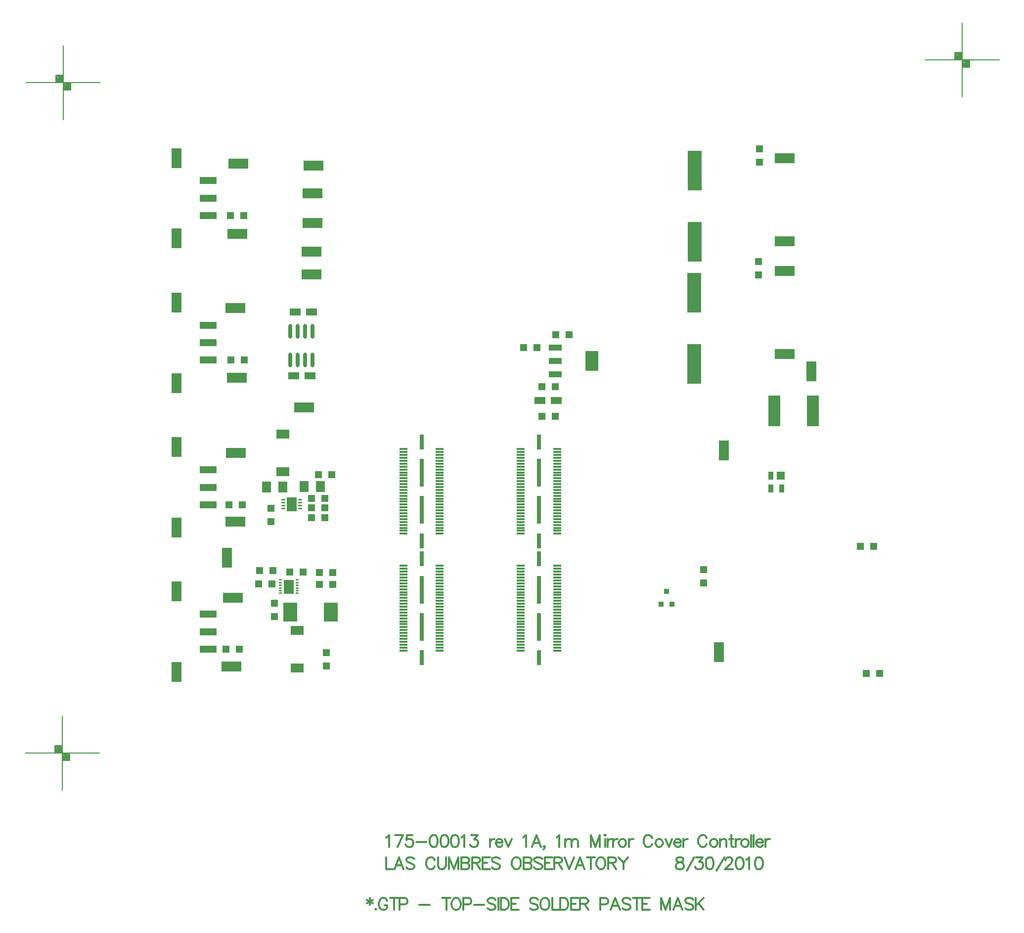
<source format=gtp>
%FSLAX23Y23*%
%MOIN*%
G70*
G01*
G75*
G04 Layer_Color=8421504*
%ADD10R,0.025X0.100*%
%ADD11R,0.057X0.012*%
%ADD12R,0.025X0.185*%
%ADD13R,0.085X0.138*%
%ADD14R,0.085X0.043*%
%ADD15R,0.085X0.043*%
%ADD16R,0.035X0.053*%
%ADD17R,0.053X0.053*%
%ADD18R,0.070X0.135*%
%ADD19R,0.036X0.036*%
%ADD20R,0.098X0.268*%
%ADD21R,0.078X0.048*%
%ADD22R,0.063X0.075*%
%ADD23R,0.050X0.050*%
%ADD24R,0.079X0.209*%
%ADD25R,0.094X0.130*%
%ADD26O,0.028X0.098*%
%ADD27R,0.087X0.059*%
%ADD28O,0.027X0.010*%
%ADD29R,0.065X0.094*%
%ADD30O,0.024X0.010*%
%ADD31R,0.135X0.070*%
%ADD32R,0.050X0.050*%
%ADD33R,0.115X0.050*%
%ADD34R,0.065X0.135*%
%ADD35C,0.008*%
%ADD36C,0.005*%
%ADD37C,0.012*%
%ADD38C,0.010*%
%ADD39C,0.020*%
%ADD40C,0.100*%
%ADD41C,0.030*%
%ADD42C,0.050*%
%ADD43C,0.025*%
%ADD44C,0.012*%
%ADD45C,0.012*%
%ADD46C,0.060*%
%ADD47C,0.039*%
%ADD48C,0.200*%
%ADD49C,0.020*%
%ADD50C,0.059*%
%ADD51R,0.059X0.059*%
%ADD52C,0.063*%
%ADD53C,0.116*%
%ADD54C,0.065*%
%ADD55C,0.100*%
%ADD56R,0.059X0.059*%
%ADD57C,0.059*%
%ADD58C,0.087*%
%ADD59R,0.087X0.087*%
%ADD60C,0.079*%
%ADD61C,0.157*%
%ADD62C,0.026*%
%ADD63C,0.024*%
%ADD64C,0.050*%
%ADD65C,0.040*%
%ADD66C,0.070*%
G04:AMPARAMS|DCode=67|XSize=90mil|YSize=90mil|CornerRadius=0mil|HoleSize=0mil|Usage=FLASHONLY|Rotation=0.000|XOffset=0mil|YOffset=0mil|HoleType=Round|Shape=Relief|Width=10mil|Gap=10mil|Entries=4|*
%AMTHD67*
7,0,0,0.090,0.070,0.010,45*
%
%ADD67THD67*%
%ADD68C,0.080*%
%ADD69C,0.131*%
%ADD70C,0.075*%
%ADD71C,0.168*%
%ADD72C,0.080*%
%ADD73C,0.103*%
%ADD74C,0.075*%
%ADD75C,0.087*%
%ADD76C,0.076*%
%ADD77C,0.131*%
%ADD78C,0.053*%
G04:AMPARAMS|DCode=79|XSize=110mil|YSize=110mil|CornerRadius=0mil|HoleSize=0mil|Usage=FLASHONLY|Rotation=0.000|XOffset=0mil|YOffset=0mil|HoleType=Round|Shape=Relief|Width=10mil|Gap=10mil|Entries=4|*
%AMTHD79*
7,0,0,0.110,0.090,0.010,45*
%
%ADD79THD79*%
G04:AMPARAMS|DCode=80|XSize=70mil|YSize=70mil|CornerRadius=0mil|HoleSize=0mil|Usage=FLASHONLY|Rotation=0.000|XOffset=0mil|YOffset=0mil|HoleType=Round|Shape=Relief|Width=10mil|Gap=10mil|Entries=4|*
%AMTHD80*
7,0,0,0.070,0.050,0.010,45*
%
%ADD80THD80*%
G04:AMPARAMS|DCode=81|XSize=120mil|YSize=120mil|CornerRadius=0mil|HoleSize=0mil|Usage=FLASHONLY|Rotation=0.000|XOffset=0mil|YOffset=0mil|HoleType=Round|Shape=Relief|Width=10mil|Gap=10mil|Entries=4|*
%AMTHD81*
7,0,0,0.120,0.100,0.010,45*
%
%ADD81THD81*%
%ADD82C,0.068*%
G04:AMPARAMS|DCode=83|XSize=100mil|YSize=100mil|CornerRadius=0mil|HoleSize=0mil|Usage=FLASHONLY|Rotation=0.000|XOffset=0mil|YOffset=0mil|HoleType=Round|Shape=Relief|Width=10mil|Gap=10mil|Entries=4|*
%AMTHD83*
7,0,0,0.100,0.080,0.010,45*
%
%ADD83THD83*%
G04:AMPARAMS|DCode=84|XSize=123mil|YSize=123mil|CornerRadius=0mil|HoleSize=0mil|Usage=FLASHONLY|Rotation=0.000|XOffset=0mil|YOffset=0mil|HoleType=Round|Shape=Relief|Width=10mil|Gap=10mil|Entries=4|*
%AMTHD84*
7,0,0,0.123,0.103,0.010,45*
%
%ADD84THD84*%
G04:AMPARAMS|DCode=85|XSize=95.433mil|YSize=95.433mil|CornerRadius=0mil|HoleSize=0mil|Usage=FLASHONLY|Rotation=0.000|XOffset=0mil|YOffset=0mil|HoleType=Round|Shape=Relief|Width=10mil|Gap=10mil|Entries=4|*
%AMTHD85*
7,0,0,0.095,0.075,0.010,45*
%
%ADD85THD85*%
G04:AMPARAMS|DCode=86|XSize=107.244mil|YSize=107.244mil|CornerRadius=0mil|HoleSize=0mil|Usage=FLASHONLY|Rotation=0.000|XOffset=0mil|YOffset=0mil|HoleType=Round|Shape=Relief|Width=10mil|Gap=10mil|Entries=4|*
%AMTHD86*
7,0,0,0.107,0.087,0.010,45*
%
%ADD86THD86*%
G04:AMPARAMS|DCode=87|XSize=96.221mil|YSize=96.221mil|CornerRadius=0mil|HoleSize=0mil|Usage=FLASHONLY|Rotation=0.000|XOffset=0mil|YOffset=0mil|HoleType=Round|Shape=Relief|Width=10mil|Gap=10mil|Entries=4|*
%AMTHD87*
7,0,0,0.096,0.076,0.010,45*
%
%ADD87THD87*%
G04:AMPARAMS|DCode=88|XSize=150.551mil|YSize=150.551mil|CornerRadius=0mil|HoleSize=0mil|Usage=FLASHONLY|Rotation=0.000|XOffset=0mil|YOffset=0mil|HoleType=Round|Shape=Relief|Width=10mil|Gap=10mil|Entries=4|*
%AMTHD88*
7,0,0,0.151,0.131,0.010,45*
%
%ADD88THD88*%
G04:AMPARAMS|DCode=89|XSize=72.992mil|YSize=72.992mil|CornerRadius=0mil|HoleSize=0mil|Usage=FLASHONLY|Rotation=0.000|XOffset=0mil|YOffset=0mil|HoleType=Round|Shape=Relief|Width=10mil|Gap=10mil|Entries=4|*
%AMTHD89*
7,0,0,0.073,0.053,0.010,45*
%
%ADD89THD89*%
%ADD90C,0.090*%
G04:AMPARAMS|DCode=91|XSize=88mil|YSize=88mil|CornerRadius=0mil|HoleSize=0mil|Usage=FLASHONLY|Rotation=0.000|XOffset=0mil|YOffset=0mil|HoleType=Round|Shape=Relief|Width=10mil|Gap=10mil|Entries=4|*
%AMTHD91*
7,0,0,0.088,0.068,0.010,45*
%
%ADD91THD91*%
%ADD92C,0.010*%
%ADD93C,0.010*%
%ADD94C,0.020*%
%ADD95C,0.008*%
%ADD96C,0.006*%
%ADD97C,0.007*%
%ADD98R,0.136X0.162*%
D10*
X14547Y11409D02*
D03*
Y11531D02*
D03*
Y12196D02*
D03*
Y10744D02*
D03*
X13757Y11409D02*
D03*
Y11531D02*
D03*
Y12196D02*
D03*
Y10744D02*
D03*
D11*
X14669Y12149D02*
D03*
Y12129D02*
D03*
Y12110D02*
D03*
Y12090D02*
D03*
Y12070D02*
D03*
Y12050D02*
D03*
Y12031D02*
D03*
Y12011D02*
D03*
Y11991D02*
D03*
Y11972D02*
D03*
Y11952D02*
D03*
Y11932D02*
D03*
Y11913D02*
D03*
Y11893D02*
D03*
Y11873D02*
D03*
Y11854D02*
D03*
Y11834D02*
D03*
Y11814D02*
D03*
Y11795D02*
D03*
Y11775D02*
D03*
Y11755D02*
D03*
Y11736D02*
D03*
Y11716D02*
D03*
Y11696D02*
D03*
Y11676D02*
D03*
Y11657D02*
D03*
Y11637D02*
D03*
Y11617D02*
D03*
Y11598D02*
D03*
Y11578D02*
D03*
Y11362D02*
D03*
Y11342D02*
D03*
Y11322D02*
D03*
Y11302D02*
D03*
Y11283D02*
D03*
Y11263D02*
D03*
Y11243D02*
D03*
Y11224D02*
D03*
Y11204D02*
D03*
Y11184D02*
D03*
Y11165D02*
D03*
Y11145D02*
D03*
Y11125D02*
D03*
Y11106D02*
D03*
Y11086D02*
D03*
Y11066D02*
D03*
Y11047D02*
D03*
Y11027D02*
D03*
Y11007D02*
D03*
Y10987D02*
D03*
Y10968D02*
D03*
Y10948D02*
D03*
Y10928D02*
D03*
Y10909D02*
D03*
Y10889D02*
D03*
Y10869D02*
D03*
Y10850D02*
D03*
Y10830D02*
D03*
Y10810D02*
D03*
Y10791D02*
D03*
X14425Y12149D02*
D03*
Y12129D02*
D03*
Y12110D02*
D03*
Y12090D02*
D03*
Y12070D02*
D03*
Y12050D02*
D03*
Y12031D02*
D03*
Y12011D02*
D03*
Y11991D02*
D03*
Y11972D02*
D03*
Y11952D02*
D03*
Y11932D02*
D03*
Y11913D02*
D03*
Y11893D02*
D03*
Y11873D02*
D03*
Y11854D02*
D03*
Y11834D02*
D03*
Y11814D02*
D03*
Y11795D02*
D03*
Y11775D02*
D03*
Y11755D02*
D03*
Y11736D02*
D03*
Y11716D02*
D03*
Y11696D02*
D03*
Y11676D02*
D03*
Y11657D02*
D03*
Y11637D02*
D03*
Y11617D02*
D03*
Y11598D02*
D03*
Y11578D02*
D03*
Y11362D02*
D03*
Y11342D02*
D03*
Y11322D02*
D03*
Y11302D02*
D03*
Y11283D02*
D03*
Y11263D02*
D03*
Y11243D02*
D03*
Y11224D02*
D03*
Y11204D02*
D03*
Y11184D02*
D03*
Y11165D02*
D03*
Y11145D02*
D03*
Y11125D02*
D03*
Y11106D02*
D03*
Y11086D02*
D03*
Y11066D02*
D03*
Y11047D02*
D03*
Y11027D02*
D03*
Y11007D02*
D03*
Y10987D02*
D03*
Y10968D02*
D03*
Y10948D02*
D03*
Y10928D02*
D03*
Y10909D02*
D03*
Y10889D02*
D03*
Y10869D02*
D03*
Y10850D02*
D03*
Y10830D02*
D03*
Y10810D02*
D03*
Y10791D02*
D03*
X13878Y12149D02*
D03*
Y12129D02*
D03*
Y12110D02*
D03*
Y12090D02*
D03*
Y12070D02*
D03*
Y12050D02*
D03*
Y12031D02*
D03*
Y12011D02*
D03*
Y11991D02*
D03*
Y11972D02*
D03*
Y11952D02*
D03*
Y11932D02*
D03*
Y11913D02*
D03*
Y11893D02*
D03*
Y11873D02*
D03*
Y11854D02*
D03*
Y11834D02*
D03*
Y11814D02*
D03*
Y11795D02*
D03*
Y11775D02*
D03*
Y11755D02*
D03*
Y11736D02*
D03*
Y11716D02*
D03*
Y11696D02*
D03*
Y11676D02*
D03*
Y11657D02*
D03*
Y11637D02*
D03*
Y11617D02*
D03*
Y11598D02*
D03*
Y11578D02*
D03*
Y11362D02*
D03*
Y11342D02*
D03*
Y11322D02*
D03*
Y11302D02*
D03*
Y11283D02*
D03*
Y11263D02*
D03*
Y11243D02*
D03*
Y11224D02*
D03*
Y11204D02*
D03*
Y11184D02*
D03*
Y11165D02*
D03*
Y11145D02*
D03*
Y11125D02*
D03*
Y11106D02*
D03*
Y11086D02*
D03*
Y11066D02*
D03*
Y11047D02*
D03*
Y11027D02*
D03*
Y11007D02*
D03*
Y10987D02*
D03*
Y10968D02*
D03*
Y10948D02*
D03*
Y10928D02*
D03*
Y10909D02*
D03*
Y10889D02*
D03*
Y10869D02*
D03*
Y10850D02*
D03*
Y10830D02*
D03*
Y10810D02*
D03*
Y10791D02*
D03*
X13635Y12149D02*
D03*
Y12129D02*
D03*
Y12110D02*
D03*
Y12090D02*
D03*
Y12070D02*
D03*
Y12050D02*
D03*
Y12031D02*
D03*
Y12011D02*
D03*
Y11991D02*
D03*
Y11972D02*
D03*
Y11952D02*
D03*
Y11932D02*
D03*
Y11913D02*
D03*
Y11893D02*
D03*
Y11873D02*
D03*
Y11854D02*
D03*
Y11834D02*
D03*
Y11814D02*
D03*
Y11795D02*
D03*
Y11775D02*
D03*
Y11755D02*
D03*
Y11736D02*
D03*
Y11716D02*
D03*
Y11696D02*
D03*
Y11676D02*
D03*
Y11657D02*
D03*
Y11637D02*
D03*
Y11617D02*
D03*
Y11598D02*
D03*
Y11578D02*
D03*
Y11362D02*
D03*
Y11342D02*
D03*
Y11322D02*
D03*
Y11302D02*
D03*
Y11283D02*
D03*
Y11263D02*
D03*
Y11243D02*
D03*
Y11224D02*
D03*
Y11204D02*
D03*
Y11184D02*
D03*
Y11165D02*
D03*
Y11145D02*
D03*
Y11125D02*
D03*
Y11106D02*
D03*
Y11086D02*
D03*
Y11066D02*
D03*
Y11047D02*
D03*
Y11027D02*
D03*
Y11007D02*
D03*
Y10987D02*
D03*
Y10968D02*
D03*
Y10948D02*
D03*
Y10928D02*
D03*
Y10909D02*
D03*
Y10889D02*
D03*
Y10869D02*
D03*
Y10850D02*
D03*
Y10830D02*
D03*
Y10810D02*
D03*
Y10791D02*
D03*
D12*
X14547Y11988D02*
D03*
Y11738D02*
D03*
Y10951D02*
D03*
Y11201D02*
D03*
X13757Y11988D02*
D03*
Y11738D02*
D03*
Y10951D02*
D03*
Y11201D02*
D03*
D13*
X14902Y12743D02*
D03*
D14*
X14658Y12653D02*
D03*
Y12834D02*
D03*
D15*
Y12743D02*
D03*
D16*
X16109Y11971D02*
D03*
Y11884D02*
D03*
X16183D02*
D03*
D17*
X16176Y11971D02*
D03*
D18*
X15793Y12138D02*
D03*
X16382Y12674D02*
D03*
X12442Y11417D02*
D03*
X15759Y10779D02*
D03*
D19*
X15369Y11104D02*
D03*
X15406Y11190D02*
D03*
X15443Y11104D02*
D03*
D20*
X15598Y13545D02*
D03*
Y14025D02*
D03*
X15595Y12722D02*
D03*
Y13202D02*
D03*
D21*
X13004Y12642D02*
D03*
X12894D02*
D03*
X14553Y12475D02*
D03*
X14663D02*
D03*
X13015Y13073D02*
D03*
X12905D02*
D03*
D22*
X13074Y11895D02*
D03*
X12964D02*
D03*
X12710Y11892D02*
D03*
X12820D02*
D03*
D23*
X14566Y12570D02*
D03*
X14656D02*
D03*
X12437Y10799D02*
D03*
X12527D02*
D03*
X12458Y11773D02*
D03*
X12548D02*
D03*
X12469Y12748D02*
D03*
X12559D02*
D03*
X12468Y13722D02*
D03*
X12558D02*
D03*
X16755Y10636D02*
D03*
X16845D02*
D03*
X16713Y11492D02*
D03*
X16803D02*
D03*
X13150Y11977D02*
D03*
X13060D02*
D03*
X13105Y11752D02*
D03*
X13015D02*
D03*
Y11817D02*
D03*
X13105D02*
D03*
X13015Y11687D02*
D03*
X13105D02*
D03*
X12662Y11330D02*
D03*
X12752D02*
D03*
X13157Y11315D02*
D03*
X13067D02*
D03*
X13157Y11235D02*
D03*
X13067D02*
D03*
X12747Y11240D02*
D03*
X12657D02*
D03*
X12867Y11320D02*
D03*
X12957D02*
D03*
X14568Y12368D02*
D03*
X14658D02*
D03*
X14660Y12921D02*
D03*
X14750D02*
D03*
X14445Y12833D02*
D03*
X14535D02*
D03*
D24*
X16394Y12407D02*
D03*
X16134D02*
D03*
D25*
X13144Y11050D02*
D03*
X12870D02*
D03*
D26*
X13021Y12942D02*
D03*
X12971D02*
D03*
X12921D02*
D03*
X12871D02*
D03*
X13021Y12749D02*
D03*
X12971D02*
D03*
X12921D02*
D03*
X12871D02*
D03*
D27*
X12917Y10926D02*
D03*
Y10674D02*
D03*
X12820Y11996D02*
D03*
Y12248D02*
D03*
D28*
X12825Y11806D02*
D03*
Y11787D02*
D03*
Y11767D02*
D03*
Y11747D02*
D03*
X12936D02*
D03*
Y11767D02*
D03*
X12936Y11787D02*
D03*
X12936Y11806D02*
D03*
D29*
X12880Y11777D02*
D03*
X12859Y11220D02*
D03*
D30*
X12916Y11265D02*
D03*
Y11247D02*
D03*
X12802Y11265D02*
D03*
Y11247D02*
D03*
Y11229D02*
D03*
Y11211D02*
D03*
Y11194D02*
D03*
Y11176D02*
D03*
X12916D02*
D03*
Y11194D02*
D03*
Y11211D02*
D03*
Y11229D02*
D03*
D31*
X16202Y12790D02*
D03*
Y13350D02*
D03*
Y13550D02*
D03*
Y14110D02*
D03*
X13019Y13674D02*
D03*
X13026Y14061D02*
D03*
X13015Y13481D02*
D03*
X13021Y13873D02*
D03*
X12484Y11147D02*
D03*
X12502Y12124D02*
D03*
X12500Y13099D02*
D03*
X12521Y14074D02*
D03*
X12475Y10683D02*
D03*
X12500Y11659D02*
D03*
X12509Y12629D02*
D03*
X12514Y13600D02*
D03*
X13015Y13326D02*
D03*
X12963Y12430D02*
D03*
D32*
X16027Y13413D02*
D03*
Y13323D02*
D03*
X16035Y14173D02*
D03*
Y14083D02*
D03*
X15658Y11337D02*
D03*
Y11247D02*
D03*
X12741Y11659D02*
D03*
Y11749D02*
D03*
X12762Y11020D02*
D03*
Y11110D02*
D03*
X13112Y10775D02*
D03*
Y10685D02*
D03*
D33*
X12318Y13722D02*
D03*
Y13840D02*
D03*
Y13958D02*
D03*
Y12748D02*
D03*
Y12866D02*
D03*
Y12984D02*
D03*
Y11773D02*
D03*
Y11891D02*
D03*
Y12009D02*
D03*
Y10799D02*
D03*
Y10917D02*
D03*
Y11035D02*
D03*
D34*
X12102Y13569D02*
D03*
Y14111D02*
D03*
Y12594D02*
D03*
Y13137D02*
D03*
Y11620D02*
D03*
Y12162D02*
D03*
Y10646D02*
D03*
Y11188D02*
D03*
D35*
X11311Y14643D02*
X11321D01*
X11311Y14638D02*
Y14648D01*
Y14638D02*
X11321D01*
Y14648D01*
X11311D02*
X11321D01*
X11306Y14633D02*
Y14648D01*
Y14633D02*
X11326D01*
Y14653D01*
X11306D02*
X11326D01*
X11301Y14628D02*
Y14653D01*
Y14628D02*
X11331D01*
Y14658D01*
X11301D02*
X11331D01*
X11296Y14623D02*
Y14663D01*
Y14623D02*
X11336D01*
Y14663D01*
X11296D02*
X11336D01*
X11361Y14593D02*
X11371D01*
X11361Y14588D02*
Y14598D01*
Y14588D02*
X11371D01*
Y14598D01*
X11361D02*
X11371D01*
X11356Y14583D02*
Y14598D01*
Y14583D02*
X11376D01*
Y14603D01*
X11356D02*
X11376D01*
X11351Y14578D02*
Y14603D01*
Y14578D02*
X11381D01*
Y14608D01*
X11351D02*
X11381D01*
X11346Y14573D02*
Y14613D01*
Y14573D02*
X11386D01*
Y14613D01*
X11346D02*
X11386D01*
X11341Y14568D02*
X11391D01*
Y14618D01*
X11291Y14668D02*
X11341D01*
X11291Y14618D02*
Y14668D01*
X11341Y14368D02*
Y14868D01*
X11091Y14618D02*
X11591D01*
X11302Y10123D02*
X11312D01*
X11302Y10118D02*
Y10128D01*
Y10118D02*
X11312D01*
Y10128D01*
X11302D02*
X11312D01*
X11297Y10113D02*
Y10128D01*
Y10113D02*
X11317D01*
Y10133D01*
X11297D02*
X11317D01*
X11292Y10108D02*
Y10133D01*
Y10108D02*
X11322D01*
Y10138D01*
X11292D02*
X11322D01*
X11287Y10103D02*
Y10143D01*
Y10103D02*
X11327D01*
Y10143D01*
X11287D02*
X11327D01*
X11352Y10073D02*
X11362D01*
X11352Y10068D02*
Y10078D01*
Y10068D02*
X11362D01*
Y10078D01*
X11352D02*
X11362D01*
X11347Y10063D02*
Y10078D01*
Y10063D02*
X11367D01*
Y10083D01*
X11347D02*
X11367D01*
X11342Y10058D02*
Y10083D01*
Y10058D02*
X11372D01*
Y10088D01*
X11342D02*
X11372D01*
X11337Y10053D02*
Y10093D01*
Y10053D02*
X11377D01*
Y10093D01*
X11337D02*
X11377D01*
X11332Y10048D02*
X11382D01*
Y10098D01*
X11282Y10148D02*
X11332D01*
X11282Y10098D02*
Y10148D01*
X11332Y9848D02*
Y10348D01*
X11082Y10098D02*
X11582D01*
X17370Y14798D02*
X17380D01*
X17370Y14793D02*
Y14803D01*
Y14793D02*
X17380Y14793D01*
X17380Y14803D01*
X17370D02*
X17380D01*
X17365Y14788D02*
Y14803D01*
Y14788D02*
X17385D01*
Y14808D01*
X17365Y14808D02*
X17385Y14808D01*
X17360Y14783D02*
Y14808D01*
Y14783D02*
X17390D01*
Y14813D01*
X17360D02*
X17390D01*
X17355Y14778D02*
Y14818D01*
Y14778D02*
X17395D01*
Y14818D01*
X17355D02*
X17395D01*
X17420Y14748D02*
X17430D01*
X17420Y14743D02*
X17420Y14753D01*
X17420Y14743D02*
X17430D01*
Y14753D01*
X17420Y14753D02*
X17430Y14753D01*
X17415Y14738D02*
Y14753D01*
Y14738D02*
X17435Y14738D01*
X17435Y14758D02*
X17435Y14738D01*
X17415Y14758D02*
X17435D01*
X17410Y14733D02*
Y14758D01*
Y14733D02*
X17440D01*
Y14763D01*
X17410D02*
X17440D01*
X17405Y14728D02*
Y14768D01*
Y14728D02*
X17445D01*
Y14768D01*
X17405D02*
X17445D01*
X17400Y14723D02*
X17450Y14723D01*
X17450Y14773D02*
X17450Y14723D01*
X17350Y14823D02*
X17400Y14823D01*
X17350Y14823D02*
X17350Y14773D01*
X17400Y14523D02*
Y15023D01*
X17150Y14773D02*
X17650D01*
D37*
X13407Y9122D02*
Y9076D01*
X13388Y9110D02*
X13426Y9087D01*
Y9110D02*
X13388Y9087D01*
X13447Y9049D02*
X13443Y9045D01*
X13447Y9042D01*
X13450Y9045D01*
X13447Y9049D01*
X13525Y9103D02*
X13521Y9110D01*
X13514Y9118D01*
X13506Y9122D01*
X13491D01*
X13483Y9118D01*
X13475Y9110D01*
X13472Y9103D01*
X13468Y9091D01*
Y9072D01*
X13472Y9061D01*
X13475Y9053D01*
X13483Y9045D01*
X13491Y9042D01*
X13506D01*
X13514Y9045D01*
X13521Y9053D01*
X13525Y9061D01*
Y9072D01*
X13506D02*
X13525D01*
X13570Y9122D02*
Y9042D01*
X13543Y9122D02*
X13597D01*
X13606Y9080D02*
X13640D01*
X13652Y9084D01*
X13656Y9087D01*
X13659Y9095D01*
Y9106D01*
X13656Y9114D01*
X13652Y9118D01*
X13640Y9122D01*
X13606D01*
Y9042D01*
X13740Y9076D02*
X13809D01*
X13922Y9122D02*
Y9042D01*
X13895Y9122D02*
X13949D01*
X13981D02*
X13973Y9118D01*
X13966Y9110D01*
X13962Y9103D01*
X13958Y9091D01*
Y9072D01*
X13962Y9061D01*
X13966Y9053D01*
X13973Y9045D01*
X13981Y9042D01*
X13996D01*
X14004Y9045D01*
X14011Y9053D01*
X14015Y9061D01*
X14019Y9072D01*
Y9091D01*
X14015Y9103D01*
X14011Y9110D01*
X14004Y9118D01*
X13996Y9122D01*
X13981D01*
X14038Y9080D02*
X14072D01*
X14083Y9084D01*
X14087Y9087D01*
X14091Y9095D01*
Y9106D01*
X14087Y9114D01*
X14083Y9118D01*
X14072Y9122D01*
X14038D01*
Y9042D01*
X14109Y9076D02*
X14177D01*
X14254Y9110D02*
X14247Y9118D01*
X14235Y9122D01*
X14220D01*
X14209Y9118D01*
X14201Y9110D01*
Y9103D01*
X14205Y9095D01*
X14209Y9091D01*
X14216Y9087D01*
X14239Y9080D01*
X14247Y9076D01*
X14251Y9072D01*
X14254Y9064D01*
Y9053D01*
X14247Y9045D01*
X14235Y9042D01*
X14220D01*
X14209Y9045D01*
X14201Y9053D01*
X14272Y9122D02*
Y9042D01*
X14289Y9122D02*
Y9042D01*
Y9122D02*
X14316D01*
X14327Y9118D01*
X14335Y9110D01*
X14339Y9103D01*
X14342Y9091D01*
Y9072D01*
X14339Y9061D01*
X14335Y9053D01*
X14327Y9045D01*
X14316Y9042D01*
X14289D01*
X14410Y9122D02*
X14360D01*
Y9042D01*
X14410D01*
X14360Y9084D02*
X14391D01*
X14539Y9110D02*
X14532Y9118D01*
X14520Y9122D01*
X14505D01*
X14494Y9118D01*
X14486Y9110D01*
Y9103D01*
X14490Y9095D01*
X14494Y9091D01*
X14501Y9087D01*
X14524Y9080D01*
X14532Y9076D01*
X14535Y9072D01*
X14539Y9064D01*
Y9053D01*
X14532Y9045D01*
X14520Y9042D01*
X14505D01*
X14494Y9045D01*
X14486Y9053D01*
X14580Y9122D02*
X14572Y9118D01*
X14565Y9110D01*
X14561Y9103D01*
X14557Y9091D01*
Y9072D01*
X14561Y9061D01*
X14565Y9053D01*
X14572Y9045D01*
X14580Y9042D01*
X14595D01*
X14603Y9045D01*
X14610Y9053D01*
X14614Y9061D01*
X14618Y9072D01*
Y9091D01*
X14614Y9103D01*
X14610Y9110D01*
X14603Y9118D01*
X14595Y9122D01*
X14580D01*
X14637D02*
Y9042D01*
X14682D01*
X14691Y9122D02*
Y9042D01*
Y9122D02*
X14718D01*
X14729Y9118D01*
X14737Y9110D01*
X14741Y9103D01*
X14745Y9091D01*
Y9072D01*
X14741Y9061D01*
X14737Y9053D01*
X14729Y9045D01*
X14718Y9042D01*
X14691D01*
X14812Y9122D02*
X14762D01*
Y9042D01*
X14812D01*
X14762Y9084D02*
X14793D01*
X14825Y9122D02*
Y9042D01*
Y9122D02*
X14860D01*
X14871Y9118D01*
X14875Y9114D01*
X14879Y9106D01*
Y9099D01*
X14875Y9091D01*
X14871Y9087D01*
X14860Y9084D01*
X14825D01*
X14852D02*
X14879Y9042D01*
X14959Y9080D02*
X14994D01*
X15005Y9084D01*
X15009Y9087D01*
X15013Y9095D01*
Y9106D01*
X15009Y9114D01*
X15005Y9118D01*
X14994Y9122D01*
X14959D01*
Y9042D01*
X15092D02*
X15061Y9122D01*
X15031Y9042D01*
X15042Y9068D02*
X15080D01*
X15164Y9110D02*
X15156Y9118D01*
X15144Y9122D01*
X15129D01*
X15118Y9118D01*
X15110Y9110D01*
Y9103D01*
X15114Y9095D01*
X15118Y9091D01*
X15125Y9087D01*
X15148Y9080D01*
X15156Y9076D01*
X15160Y9072D01*
X15164Y9064D01*
Y9053D01*
X15156Y9045D01*
X15144Y9042D01*
X15129D01*
X15118Y9045D01*
X15110Y9053D01*
X15208Y9122D02*
Y9042D01*
X15181Y9122D02*
X15235D01*
X15294D02*
X15244D01*
Y9042D01*
X15294D01*
X15244Y9084D02*
X15275D01*
X15370Y9122D02*
Y9042D01*
Y9122D02*
X15400Y9042D01*
X15431Y9122D02*
X15400Y9042D01*
X15431Y9122D02*
Y9042D01*
X15515D02*
X15484Y9122D01*
X15454Y9042D01*
X15465Y9068D02*
X15503D01*
X15587Y9110D02*
X15579Y9118D01*
X15568Y9122D01*
X15552D01*
X15541Y9118D01*
X15533Y9110D01*
Y9103D01*
X15537Y9095D01*
X15541Y9091D01*
X15549Y9087D01*
X15571Y9080D01*
X15579Y9076D01*
X15583Y9072D01*
X15587Y9064D01*
Y9053D01*
X15579Y9045D01*
X15568Y9042D01*
X15552D01*
X15541Y9045D01*
X15533Y9053D01*
X15605Y9122D02*
Y9042D01*
X15658Y9122D02*
X15605Y9068D01*
X15624Y9087D02*
X15658Y9042D01*
X13518Y9531D02*
X13526Y9535D01*
X13537Y9546D01*
Y9466D01*
X13630Y9546D02*
X13592Y9466D01*
X13577Y9546D02*
X13630D01*
X13694D02*
X13656D01*
X13652Y9512D01*
X13656Y9516D01*
X13667Y9520D01*
X13679D01*
X13690Y9516D01*
X13698Y9508D01*
X13701Y9497D01*
Y9489D01*
X13698Y9478D01*
X13690Y9470D01*
X13679Y9466D01*
X13667D01*
X13656Y9470D01*
X13652Y9474D01*
X13648Y9482D01*
X13719Y9501D02*
X13788D01*
X13834Y9546D02*
X13823Y9543D01*
X13815Y9531D01*
X13811Y9512D01*
Y9501D01*
X13815Y9482D01*
X13823Y9470D01*
X13834Y9466D01*
X13842D01*
X13853Y9470D01*
X13861Y9482D01*
X13865Y9501D01*
Y9512D01*
X13861Y9531D01*
X13853Y9543D01*
X13842Y9546D01*
X13834D01*
X13906D02*
X13894Y9543D01*
X13886Y9531D01*
X13883Y9512D01*
Y9501D01*
X13886Y9482D01*
X13894Y9470D01*
X13906Y9466D01*
X13913D01*
X13925Y9470D01*
X13932Y9482D01*
X13936Y9501D01*
Y9512D01*
X13932Y9531D01*
X13925Y9543D01*
X13913Y9546D01*
X13906D01*
X13977D02*
X13965Y9543D01*
X13958Y9531D01*
X13954Y9512D01*
Y9501D01*
X13958Y9482D01*
X13965Y9470D01*
X13977Y9466D01*
X13984D01*
X13996Y9470D01*
X14003Y9482D01*
X14007Y9501D01*
Y9512D01*
X14003Y9531D01*
X13996Y9543D01*
X13984Y9546D01*
X13977D01*
X14025Y9531D02*
X14033Y9535D01*
X14044Y9546D01*
Y9466D01*
X14091Y9546D02*
X14133D01*
X14110Y9516D01*
X14122D01*
X14129Y9512D01*
X14133Y9508D01*
X14137Y9497D01*
Y9489D01*
X14133Y9478D01*
X14126Y9470D01*
X14114Y9466D01*
X14103D01*
X14091Y9470D01*
X14088Y9474D01*
X14084Y9482D01*
X14218Y9520D02*
Y9466D01*
Y9497D02*
X14222Y9508D01*
X14229Y9516D01*
X14237Y9520D01*
X14248D01*
X14256Y9497D02*
X14301D01*
Y9504D01*
X14297Y9512D01*
X14294Y9516D01*
X14286Y9520D01*
X14275D01*
X14267Y9516D01*
X14259Y9508D01*
X14256Y9497D01*
Y9489D01*
X14259Y9478D01*
X14267Y9470D01*
X14275Y9466D01*
X14286D01*
X14294Y9470D01*
X14301Y9478D01*
X14318Y9520D02*
X14341Y9466D01*
X14364Y9520D02*
X14341Y9466D01*
X14440Y9531D02*
X14447Y9535D01*
X14459Y9546D01*
Y9466D01*
X14559D02*
X14529Y9546D01*
X14499Y9466D01*
X14510Y9493D02*
X14548D01*
X14586Y9470D02*
X14582Y9466D01*
X14578Y9470D01*
X14582Y9474D01*
X14586Y9470D01*
Y9463D01*
X14582Y9455D01*
X14578Y9451D01*
X14666Y9531D02*
X14674Y9535D01*
X14685Y9546D01*
Y9466D01*
X14725Y9520D02*
Y9466D01*
Y9504D02*
X14736Y9516D01*
X14744Y9520D01*
X14755D01*
X14763Y9516D01*
X14767Y9504D01*
Y9466D01*
Y9504D02*
X14778Y9516D01*
X14786Y9520D01*
X14797D01*
X14805Y9516D01*
X14809Y9504D01*
Y9466D01*
X14897Y9546D02*
Y9466D01*
Y9546D02*
X14927Y9466D01*
X14957Y9546D02*
X14927Y9466D01*
X14957Y9546D02*
Y9466D01*
X14988Y9546D02*
X14992Y9543D01*
X14996Y9546D01*
X14992Y9550D01*
X14988Y9546D01*
X14992Y9520D02*
Y9466D01*
X15010Y9520D02*
Y9466D01*
Y9497D02*
X15013Y9508D01*
X15021Y9516D01*
X15029Y9520D01*
X15040D01*
X15047D02*
Y9466D01*
Y9497D02*
X15051Y9508D01*
X15059Y9516D01*
X15066Y9520D01*
X15078D01*
X15104D02*
X15097Y9516D01*
X15089Y9508D01*
X15085Y9497D01*
Y9489D01*
X15089Y9478D01*
X15097Y9470D01*
X15104Y9466D01*
X15116D01*
X15123Y9470D01*
X15131Y9478D01*
X15135Y9489D01*
Y9497D01*
X15131Y9508D01*
X15123Y9516D01*
X15116Y9520D01*
X15104D01*
X15152D02*
Y9466D01*
Y9497D02*
X15156Y9508D01*
X15164Y9516D01*
X15171Y9520D01*
X15183D01*
X15310Y9527D02*
X15306Y9535D01*
X15298Y9543D01*
X15291Y9546D01*
X15276D01*
X15268Y9543D01*
X15260Y9535D01*
X15256Y9527D01*
X15253Y9516D01*
Y9497D01*
X15256Y9485D01*
X15260Y9478D01*
X15268Y9470D01*
X15276Y9466D01*
X15291D01*
X15298Y9470D01*
X15306Y9478D01*
X15310Y9485D01*
X15351Y9520D02*
X15344Y9516D01*
X15336Y9508D01*
X15332Y9497D01*
Y9489D01*
X15336Y9478D01*
X15344Y9470D01*
X15351Y9466D01*
X15363D01*
X15370Y9470D01*
X15378Y9478D01*
X15382Y9489D01*
Y9497D01*
X15378Y9508D01*
X15370Y9516D01*
X15363Y9520D01*
X15351D01*
X15399D02*
X15422Y9466D01*
X15445Y9520D02*
X15422Y9466D01*
X15458Y9497D02*
X15504D01*
Y9504D01*
X15500Y9512D01*
X15496Y9516D01*
X15488Y9520D01*
X15477D01*
X15469Y9516D01*
X15462Y9508D01*
X15458Y9497D01*
Y9489D01*
X15462Y9478D01*
X15469Y9470D01*
X15477Y9466D01*
X15488D01*
X15496Y9470D01*
X15504Y9478D01*
X15521Y9520D02*
Y9466D01*
Y9497D02*
X15525Y9508D01*
X15532Y9516D01*
X15540Y9520D01*
X15551D01*
X15678Y9527D02*
X15675Y9535D01*
X15667Y9543D01*
X15659Y9546D01*
X15644D01*
X15637Y9543D01*
X15629Y9535D01*
X15625Y9527D01*
X15621Y9516D01*
Y9497D01*
X15625Y9485D01*
X15629Y9478D01*
X15637Y9470D01*
X15644Y9466D01*
X15659D01*
X15667Y9470D01*
X15675Y9478D01*
X15678Y9485D01*
X15720Y9520D02*
X15712Y9516D01*
X15705Y9508D01*
X15701Y9497D01*
Y9489D01*
X15705Y9478D01*
X15712Y9470D01*
X15720Y9466D01*
X15731D01*
X15739Y9470D01*
X15747Y9478D01*
X15750Y9489D01*
Y9497D01*
X15747Y9508D01*
X15739Y9516D01*
X15731Y9520D01*
X15720D01*
X15768D02*
Y9466D01*
Y9504D02*
X15779Y9516D01*
X15787Y9520D01*
X15798D01*
X15806Y9516D01*
X15810Y9504D01*
Y9466D01*
X15842Y9546D02*
Y9482D01*
X15846Y9470D01*
X15854Y9466D01*
X15861D01*
X15831Y9520D02*
X15857D01*
X15873D02*
Y9466D01*
Y9497D02*
X15877Y9508D01*
X15884Y9516D01*
X15892Y9520D01*
X15903D01*
X15929D02*
X15922Y9516D01*
X15914Y9508D01*
X15910Y9497D01*
Y9489D01*
X15914Y9478D01*
X15922Y9470D01*
X15929Y9466D01*
X15941D01*
X15949Y9470D01*
X15956Y9478D01*
X15960Y9489D01*
Y9497D01*
X15956Y9508D01*
X15949Y9516D01*
X15941Y9520D01*
X15929D01*
X15977Y9546D02*
Y9466D01*
X15994Y9546D02*
Y9466D01*
X16011Y9497D02*
X16057D01*
Y9504D01*
X16053Y9512D01*
X16049Y9516D01*
X16041Y9520D01*
X16030D01*
X16022Y9516D01*
X16015Y9508D01*
X16011Y9497D01*
Y9489D01*
X16015Y9478D01*
X16022Y9470D01*
X16030Y9466D01*
X16041D01*
X16049Y9470D01*
X16057Y9478D01*
X16074Y9520D02*
Y9466D01*
Y9497D02*
X16078Y9508D01*
X16085Y9516D01*
X16093Y9520D01*
X16104D01*
D45*
X13518Y9396D02*
Y9316D01*
X13564D01*
X13634D02*
X13603Y9396D01*
X13573Y9316D01*
X13584Y9343D02*
X13622D01*
X13706Y9385D02*
X13698Y9393D01*
X13687Y9396D01*
X13671D01*
X13660Y9393D01*
X13652Y9385D01*
Y9377D01*
X13656Y9370D01*
X13660Y9366D01*
X13667Y9362D01*
X13690Y9354D01*
X13698Y9351D01*
X13702Y9347D01*
X13706Y9339D01*
Y9328D01*
X13698Y9320D01*
X13687Y9316D01*
X13671D01*
X13660Y9320D01*
X13652Y9328D01*
X13843Y9377D02*
X13840Y9385D01*
X13832Y9393D01*
X13824Y9396D01*
X13809D01*
X13802Y9393D01*
X13794Y9385D01*
X13790Y9377D01*
X13786Y9366D01*
Y9347D01*
X13790Y9335D01*
X13794Y9328D01*
X13802Y9320D01*
X13809Y9316D01*
X13824D01*
X13832Y9320D01*
X13840Y9328D01*
X13843Y9335D01*
X13866Y9396D02*
Y9339D01*
X13870Y9328D01*
X13877Y9320D01*
X13889Y9316D01*
X13896D01*
X13908Y9320D01*
X13915Y9328D01*
X13919Y9339D01*
Y9396D01*
X13941D02*
Y9316D01*
Y9396D02*
X13972Y9316D01*
X14002Y9396D02*
X13972Y9316D01*
X14002Y9396D02*
Y9316D01*
X14025Y9396D02*
Y9316D01*
Y9396D02*
X14059D01*
X14071Y9393D01*
X14075Y9389D01*
X14078Y9381D01*
Y9373D01*
X14075Y9366D01*
X14071Y9362D01*
X14059Y9358D01*
X14025D02*
X14059D01*
X14071Y9354D01*
X14075Y9351D01*
X14078Y9343D01*
Y9332D01*
X14075Y9324D01*
X14071Y9320D01*
X14059Y9316D01*
X14025D01*
X14096Y9396D02*
Y9316D01*
Y9396D02*
X14131D01*
X14142Y9393D01*
X14146Y9389D01*
X14150Y9381D01*
Y9373D01*
X14146Y9366D01*
X14142Y9362D01*
X14131Y9358D01*
X14096D01*
X14123D02*
X14150Y9316D01*
X14217Y9396D02*
X14168D01*
Y9316D01*
X14217D01*
X14168Y9358D02*
X14198D01*
X14284Y9385D02*
X14276Y9393D01*
X14265Y9396D01*
X14249D01*
X14238Y9393D01*
X14230Y9385D01*
Y9377D01*
X14234Y9370D01*
X14238Y9366D01*
X14246Y9362D01*
X14268Y9354D01*
X14276Y9351D01*
X14280Y9347D01*
X14284Y9339D01*
Y9328D01*
X14276Y9320D01*
X14265Y9316D01*
X14249D01*
X14238Y9320D01*
X14230Y9328D01*
X14387Y9396D02*
X14380Y9393D01*
X14372Y9385D01*
X14368Y9377D01*
X14364Y9366D01*
Y9347D01*
X14368Y9335D01*
X14372Y9328D01*
X14380Y9320D01*
X14387Y9316D01*
X14403D01*
X14410Y9320D01*
X14418Y9328D01*
X14422Y9335D01*
X14425Y9347D01*
Y9366D01*
X14422Y9377D01*
X14418Y9385D01*
X14410Y9393D01*
X14403Y9396D01*
X14387D01*
X14444D02*
Y9316D01*
Y9396D02*
X14478D01*
X14490Y9393D01*
X14494Y9389D01*
X14497Y9381D01*
Y9373D01*
X14494Y9366D01*
X14490Y9362D01*
X14478Y9358D01*
X14444D02*
X14478D01*
X14490Y9354D01*
X14494Y9351D01*
X14497Y9343D01*
Y9332D01*
X14494Y9324D01*
X14490Y9320D01*
X14478Y9316D01*
X14444D01*
X14569Y9385D02*
X14561Y9393D01*
X14550Y9396D01*
X14534D01*
X14523Y9393D01*
X14515Y9385D01*
Y9377D01*
X14519Y9370D01*
X14523Y9366D01*
X14531Y9362D01*
X14553Y9354D01*
X14561Y9351D01*
X14565Y9347D01*
X14569Y9339D01*
Y9328D01*
X14561Y9320D01*
X14550Y9316D01*
X14534D01*
X14523Y9320D01*
X14515Y9328D01*
X14636Y9396D02*
X14587D01*
Y9316D01*
X14636D01*
X14587Y9358D02*
X14617D01*
X14649Y9396D02*
Y9316D01*
Y9396D02*
X14684D01*
X14695Y9393D01*
X14699Y9389D01*
X14703Y9381D01*
Y9373D01*
X14699Y9366D01*
X14695Y9362D01*
X14684Y9358D01*
X14649D01*
X14676D02*
X14703Y9316D01*
X14721Y9396D02*
X14751Y9316D01*
X14782Y9396D02*
X14751Y9316D01*
X14853D02*
X14822Y9396D01*
X14792Y9316D01*
X14803Y9343D02*
X14841D01*
X14898Y9396D02*
Y9316D01*
X14871Y9396D02*
X14925D01*
X14957D02*
X14949Y9393D01*
X14942Y9385D01*
X14938Y9377D01*
X14934Y9366D01*
Y9347D01*
X14938Y9335D01*
X14942Y9328D01*
X14949Y9320D01*
X14957Y9316D01*
X14972D01*
X14980Y9320D01*
X14988Y9328D01*
X14991Y9335D01*
X14995Y9347D01*
Y9366D01*
X14991Y9377D01*
X14988Y9385D01*
X14980Y9393D01*
X14972Y9396D01*
X14957D01*
X15014D02*
Y9316D01*
Y9396D02*
X15048D01*
X15060Y9393D01*
X15063Y9389D01*
X15067Y9381D01*
Y9373D01*
X15063Y9366D01*
X15060Y9362D01*
X15048Y9358D01*
X15014D01*
X15041D02*
X15067Y9316D01*
X15085Y9396D02*
X15116Y9358D01*
Y9316D01*
X15146Y9396D02*
X15116Y9358D01*
X15490Y9396D02*
X15478Y9393D01*
X15474Y9385D01*
Y9377D01*
X15478Y9370D01*
X15486Y9366D01*
X15501Y9362D01*
X15512Y9358D01*
X15520Y9351D01*
X15524Y9343D01*
Y9332D01*
X15520Y9324D01*
X15516Y9320D01*
X15505Y9316D01*
X15490D01*
X15478Y9320D01*
X15474Y9324D01*
X15471Y9332D01*
Y9343D01*
X15474Y9351D01*
X15482Y9358D01*
X15493Y9362D01*
X15509Y9366D01*
X15516Y9370D01*
X15520Y9377D01*
Y9385D01*
X15516Y9393D01*
X15505Y9396D01*
X15490D01*
X15542Y9305D02*
X15595Y9396D01*
X15608D02*
X15650D01*
X15627Y9366D01*
X15638D01*
X15646Y9362D01*
X15650Y9358D01*
X15654Y9347D01*
Y9339D01*
X15650Y9328D01*
X15642Y9320D01*
X15631Y9316D01*
X15619D01*
X15608Y9320D01*
X15604Y9324D01*
X15600Y9332D01*
X15694Y9396D02*
X15683Y9393D01*
X15675Y9381D01*
X15672Y9362D01*
Y9351D01*
X15675Y9332D01*
X15683Y9320D01*
X15694Y9316D01*
X15702D01*
X15714Y9320D01*
X15721Y9332D01*
X15725Y9351D01*
Y9362D01*
X15721Y9381D01*
X15714Y9393D01*
X15702Y9396D01*
X15694D01*
X15743Y9305D02*
X15796Y9396D01*
X15805Y9377D02*
Y9381D01*
X15809Y9389D01*
X15813Y9393D01*
X15821Y9396D01*
X15836D01*
X15843Y9393D01*
X15847Y9389D01*
X15851Y9381D01*
Y9373D01*
X15847Y9366D01*
X15840Y9354D01*
X15801Y9316D01*
X15855D01*
X15896Y9396D02*
X15884Y9393D01*
X15877Y9381D01*
X15873Y9362D01*
Y9351D01*
X15877Y9332D01*
X15884Y9320D01*
X15896Y9316D01*
X15903D01*
X15915Y9320D01*
X15922Y9332D01*
X15926Y9351D01*
Y9362D01*
X15922Y9381D01*
X15915Y9393D01*
X15903Y9396D01*
X15896D01*
X15944Y9381D02*
X15952Y9385D01*
X15963Y9396D01*
Y9316D01*
X16025Y9396D02*
X16014Y9393D01*
X16006Y9381D01*
X16003Y9362D01*
Y9351D01*
X16006Y9332D01*
X16014Y9320D01*
X16025Y9316D01*
X16033D01*
X16044Y9320D01*
X16052Y9332D01*
X16056Y9351D01*
Y9362D01*
X16052Y9381D01*
X16044Y9393D01*
X16033Y9396D01*
X16025D01*
M02*

</source>
